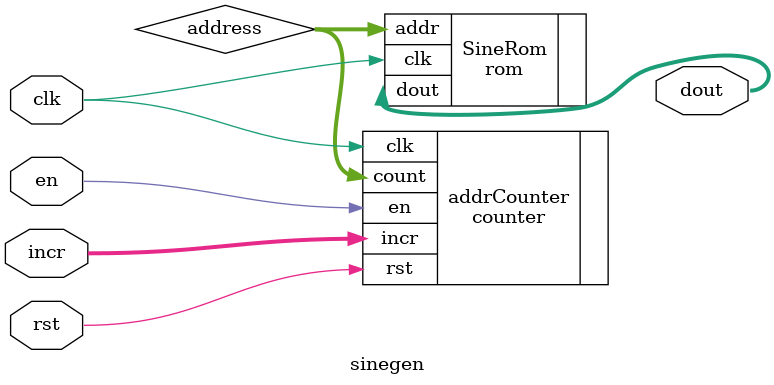
<source format=sv>
module sinegen #(
    parameter A_WIDTH = 8, 
              D_WIDTH = 8
)(
    input logic clk, rst, en,
    input logic [D_WIDTH-1:0] incr,
    output logic [D_WIDTH-1:0] dout
);

    logic [A_WIDTH-1:0] address;

counter addrCounter(
    .clk(clk),
    .rst(rst),
    .en(en),
    .incr(incr),
    .count(address)
);


rom SineRom(
    .clk (clk),
    .addr(address),
    .dout(dout)
);



endmodule

</source>
